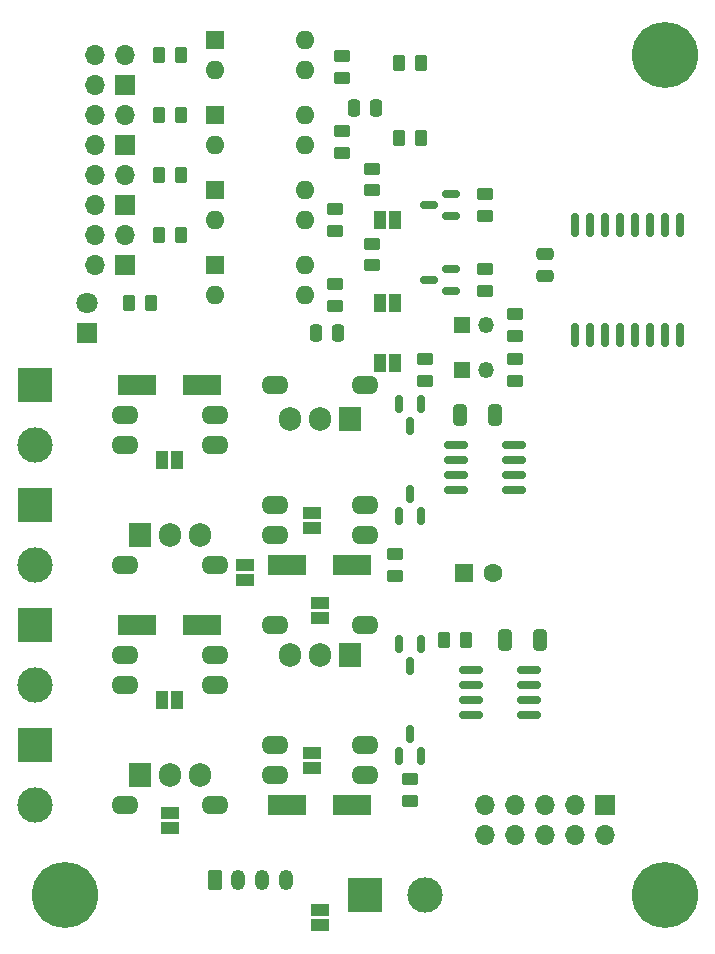
<source format=gbr>
%TF.GenerationSoftware,KiCad,Pcbnew,6.0.6*%
%TF.CreationDate,2022-09-05T11:32:40-04:00*%
%TF.ProjectId,mpio8,6d70696f-382e-46b6-9963-61645f706362,rev?*%
%TF.SameCoordinates,Original*%
%TF.FileFunction,Soldermask,Top*%
%TF.FilePolarity,Negative*%
%FSLAX46Y46*%
G04 Gerber Fmt 4.6, Leading zero omitted, Abs format (unit mm)*
G04 Created by KiCad (PCBNEW 6.0.6) date 2022-09-05 11:32:40*
%MOMM*%
%LPD*%
G01*
G04 APERTURE LIST*
G04 Aperture macros list*
%AMRoundRect*
0 Rectangle with rounded corners*
0 $1 Rounding radius*
0 $2 $3 $4 $5 $6 $7 $8 $9 X,Y pos of 4 corners*
0 Add a 4 corners polygon primitive as box body*
4,1,4,$2,$3,$4,$5,$6,$7,$8,$9,$2,$3,0*
0 Add four circle primitives for the rounded corners*
1,1,$1+$1,$2,$3*
1,1,$1+$1,$4,$5*
1,1,$1+$1,$6,$7*
1,1,$1+$1,$8,$9*
0 Add four rect primitives between the rounded corners*
20,1,$1+$1,$2,$3,$4,$5,0*
20,1,$1+$1,$4,$5,$6,$7,0*
20,1,$1+$1,$6,$7,$8,$9,0*
20,1,$1+$1,$8,$9,$2,$3,0*%
G04 Aperture macros list end*
%ADD10R,3.300000X1.700000*%
%ADD11RoundRect,0.250000X-0.325000X-0.650000X0.325000X-0.650000X0.325000X0.650000X-0.325000X0.650000X0*%
%ADD12RoundRect,0.250000X-0.250000X-0.475000X0.250000X-0.475000X0.250000X0.475000X-0.250000X0.475000X0*%
%ADD13RoundRect,0.250000X0.250000X0.475000X-0.250000X0.475000X-0.250000X-0.475000X0.250000X-0.475000X0*%
%ADD14RoundRect,0.250000X-0.262500X-0.450000X0.262500X-0.450000X0.262500X0.450000X-0.262500X0.450000X0*%
%ADD15R,1.800000X1.800000*%
%ADD16C,1.800000*%
%ADD17R,1.500000X1.000000*%
%ADD18RoundRect,0.250000X-0.450000X0.262500X-0.450000X-0.262500X0.450000X-0.262500X0.450000X0.262500X0*%
%ADD19RoundRect,0.250000X0.450000X-0.262500X0.450000X0.262500X-0.450000X0.262500X-0.450000X-0.262500X0*%
%ADD20R,1.350000X1.350000*%
%ADD21O,1.350000X1.350000*%
%ADD22C,5.600000*%
%ADD23R,1.600000X1.600000*%
%ADD24C,1.600000*%
%ADD25R,1.700000X1.700000*%
%ADD26O,1.700000X1.700000*%
%ADD27RoundRect,0.250000X-0.475000X0.250000X-0.475000X-0.250000X0.475000X-0.250000X0.475000X0.250000X0*%
%ADD28RoundRect,0.150000X0.150000X-0.875000X0.150000X0.875000X-0.150000X0.875000X-0.150000X-0.875000X0*%
%ADD29RoundRect,0.250000X0.262500X0.450000X-0.262500X0.450000X-0.262500X-0.450000X0.262500X-0.450000X0*%
%ADD30R,3.000000X3.000000*%
%ADD31C,3.000000*%
%ADD32O,2.300000X1.600000*%
%ADD33O,1.600000X1.600000*%
%ADD34RoundRect,0.150000X-0.150000X0.587500X-0.150000X-0.587500X0.150000X-0.587500X0.150000X0.587500X0*%
%ADD35RoundRect,0.150000X0.825000X0.150000X-0.825000X0.150000X-0.825000X-0.150000X0.825000X-0.150000X0*%
%ADD36R,1.905000X2.000000*%
%ADD37O,1.905000X2.000000*%
%ADD38RoundRect,0.150000X0.587500X0.150000X-0.587500X0.150000X-0.587500X-0.150000X0.587500X-0.150000X0*%
%ADD39R,1.000000X1.500000*%
%ADD40RoundRect,0.250000X-0.350000X-0.625000X0.350000X-0.625000X0.350000X0.625000X-0.350000X0.625000X0*%
%ADD41O,1.200000X1.750000*%
%ADD42RoundRect,0.150000X0.150000X-0.587500X0.150000X0.587500X-0.150000X0.587500X-0.150000X-0.587500X0*%
G04 APERTURE END LIST*
D10*
%TO.C,D4*%
X108160000Y-104140000D03*
X102660000Y-104140000D03*
%TD*%
%TO.C,D3*%
X89960000Y-88900000D03*
X95460000Y-88900000D03*
%TD*%
%TO.C,D2*%
X108160000Y-124460000D03*
X102660000Y-124460000D03*
%TD*%
%TO.C,D1*%
X89960000Y-109220000D03*
X95460000Y-109220000D03*
%TD*%
D11*
%TO.C,C3*%
X121080000Y-110490000D03*
X124030000Y-110490000D03*
%TD*%
D12*
%TO.C,C6*%
X105095000Y-84455000D03*
X106995000Y-84455000D03*
%TD*%
D13*
%TO.C,C5*%
X108270000Y-65405000D03*
X110170000Y-65405000D03*
%TD*%
D11*
%TO.C,C4*%
X117270000Y-91440000D03*
X120220000Y-91440000D03*
%TD*%
D14*
%TO.C,R21*%
X89257500Y-81915000D03*
X91082500Y-81915000D03*
%TD*%
D15*
%TO.C,D5*%
X85725000Y-84455000D03*
D16*
X85725000Y-81915000D03*
%TD*%
D17*
%TO.C,JP13*%
X105410000Y-133335000D03*
X105410000Y-134635000D03*
%TD*%
D18*
%TO.C,R20*%
X121920000Y-86717500D03*
X121920000Y-88542500D03*
%TD*%
D19*
%TO.C,R19*%
X121920000Y-84732500D03*
X121920000Y-82907500D03*
%TD*%
D20*
%TO.C,JP12*%
X117475000Y-87630000D03*
D21*
X119475000Y-87630000D03*
%TD*%
D20*
%TO.C,JP11*%
X117475000Y-83820000D03*
D21*
X119475000Y-83820000D03*
%TD*%
D22*
%TO.C,H3*%
X83820000Y-132080000D03*
%TD*%
D23*
%TO.C,C1*%
X117592349Y-104775000D03*
D24*
X120092349Y-104775000D03*
%TD*%
D25*
%TO.C,J3*%
X129540000Y-124460000D03*
D26*
X129540000Y-127000000D03*
X127000000Y-124460000D03*
X127000000Y-127000000D03*
X124460000Y-124460000D03*
X124460000Y-127000000D03*
X121920000Y-124460000D03*
X121920000Y-127000000D03*
X119380000Y-124460000D03*
X119380000Y-127000000D03*
%TD*%
D27*
%TO.C,C2*%
X124460000Y-77790000D03*
X124460000Y-79690000D03*
%TD*%
D28*
%TO.C,U1*%
X127000000Y-84660000D03*
X128270000Y-84660000D03*
X129540000Y-84660000D03*
X130810000Y-84660000D03*
X132080000Y-84660000D03*
X133350000Y-84660000D03*
X134620000Y-84660000D03*
X135890000Y-84660000D03*
X135890000Y-75360000D03*
X134620000Y-75360000D03*
X133350000Y-75360000D03*
X132080000Y-75360000D03*
X130810000Y-75360000D03*
X129540000Y-75360000D03*
X128270000Y-75360000D03*
X127000000Y-75360000D03*
%TD*%
D14*
%TO.C,R12*%
X91797500Y-71120000D03*
X93622500Y-71120000D03*
%TD*%
D22*
%TO.C,H1*%
X134620000Y-60960000D03*
%TD*%
D25*
%TO.C,J11*%
X88900000Y-63500000D03*
D26*
X86360000Y-63500000D03*
X88900000Y-60960000D03*
X86360000Y-60960000D03*
%TD*%
D29*
%TO.C,R18*%
X93622500Y-60960000D03*
X91797500Y-60960000D03*
%TD*%
D25*
%TO.C,J9*%
X88900000Y-73660000D03*
D26*
X86360000Y-73660000D03*
X88900000Y-71120000D03*
X86360000Y-71120000D03*
%TD*%
D30*
%TO.C,J5*%
X81280000Y-109220000D03*
D31*
X81280000Y-114300000D03*
%TD*%
D32*
%TO.C,K2*%
X101600000Y-109220000D03*
X101600000Y-119380000D03*
X101600000Y-121920000D03*
X109220000Y-121920000D03*
X109220000Y-119380000D03*
X109220000Y-109220000D03*
%TD*%
D29*
%TO.C,R15*%
X93622500Y-66040000D03*
X91797500Y-66040000D03*
%TD*%
D17*
%TO.C,JP6*%
X99060000Y-105425000D03*
X99060000Y-104125000D03*
%TD*%
D23*
%TO.C,U5*%
X96520000Y-72390000D03*
D33*
X96520000Y-74930000D03*
X104140000Y-74930000D03*
X104140000Y-72390000D03*
%TD*%
D34*
%TO.C,Q8*%
X113980000Y-90502500D03*
X112080000Y-90502500D03*
X113030000Y-92377500D03*
%TD*%
D35*
%TO.C,U3*%
X121855000Y-97790000D03*
X121855000Y-96520000D03*
X121855000Y-95250000D03*
X121855000Y-93980000D03*
X116905000Y-93980000D03*
X116905000Y-95250000D03*
X116905000Y-96520000D03*
X116905000Y-97790000D03*
%TD*%
D36*
%TO.C,Q5*%
X90170000Y-101600000D03*
D37*
X92710000Y-101600000D03*
X95250000Y-101600000D03*
%TD*%
D18*
%TO.C,R5*%
X109855000Y-76915000D03*
X109855000Y-78740000D03*
%TD*%
D38*
%TO.C,Q9*%
X116507500Y-80960000D03*
X116507500Y-79060000D03*
X114632500Y-80010000D03*
%TD*%
D19*
%TO.C,R1*%
X113030000Y-124102500D03*
X113030000Y-122277500D03*
%TD*%
D23*
%TO.C,U7*%
X96520000Y-59690000D03*
D33*
X96520000Y-62230000D03*
X104140000Y-62230000D03*
X104140000Y-59690000D03*
%TD*%
D22*
%TO.C,H2*%
X134620000Y-132080000D03*
%TD*%
D34*
%TO.C,Q4*%
X113980000Y-110822500D03*
X112080000Y-110822500D03*
X113030000Y-112697500D03*
%TD*%
D18*
%TO.C,R11*%
X119380000Y-72747500D03*
X119380000Y-74572500D03*
%TD*%
D36*
%TO.C,Q1*%
X90170000Y-121920000D03*
D37*
X92710000Y-121920000D03*
X95250000Y-121920000D03*
%TD*%
D39*
%TO.C,JP9*%
X111790000Y-81915000D03*
X110490000Y-81915000D03*
%TD*%
D29*
%TO.C,R16*%
X113942500Y-61595000D03*
X112117500Y-61595000D03*
%TD*%
D32*
%TO.C,K3*%
X96520000Y-104140000D03*
X96520000Y-93980000D03*
X96520000Y-91440000D03*
X88900000Y-91440000D03*
X88900000Y-93980000D03*
X88900000Y-104140000D03*
%TD*%
%TO.C,K4*%
X101600000Y-88900000D03*
X101600000Y-99060000D03*
X101600000Y-101600000D03*
X109220000Y-101600000D03*
X109220000Y-99060000D03*
X109220000Y-88900000D03*
%TD*%
D40*
%TO.C,J2*%
X96520000Y-130810000D03*
D41*
X98520000Y-130810000D03*
X100520000Y-130810000D03*
X102520000Y-130810000D03*
%TD*%
D18*
%TO.C,R9*%
X109855000Y-70565000D03*
X109855000Y-72390000D03*
%TD*%
D25*
%TO.C,J10*%
X88900000Y-68580000D03*
D26*
X86360000Y-68580000D03*
X88900000Y-66040000D03*
X86360000Y-66040000D03*
%TD*%
D18*
%TO.C,R7*%
X119380000Y-79097500D03*
X119380000Y-80922500D03*
%TD*%
D25*
%TO.C,J8*%
X88900000Y-78740000D03*
D26*
X86360000Y-78740000D03*
X88900000Y-76200000D03*
X86360000Y-76200000D03*
%TD*%
D36*
%TO.C,Q3*%
X107950000Y-111760000D03*
D37*
X105410000Y-111760000D03*
X102870000Y-111760000D03*
%TD*%
D19*
%TO.C,R3*%
X111760000Y-105052500D03*
X111760000Y-103227500D03*
%TD*%
D23*
%TO.C,U6*%
X96520000Y-66040000D03*
D33*
X96520000Y-68580000D03*
X104140000Y-68580000D03*
X104140000Y-66040000D03*
%TD*%
D18*
%TO.C,R4*%
X114300000Y-86717500D03*
X114300000Y-88542500D03*
%TD*%
%TO.C,R14*%
X107315000Y-67390000D03*
X107315000Y-69215000D03*
%TD*%
D29*
%TO.C,R2*%
X117752500Y-110490000D03*
X115927500Y-110490000D03*
%TD*%
D32*
%TO.C,K1*%
X96520000Y-124460000D03*
X96520000Y-114300000D03*
X96520000Y-111760000D03*
X88900000Y-111760000D03*
X88900000Y-114300000D03*
X88900000Y-124460000D03*
%TD*%
D30*
%TO.C,J6*%
X81280000Y-99060000D03*
D31*
X81280000Y-104140000D03*
%TD*%
D18*
%TO.C,R17*%
X107315000Y-61040000D03*
X107315000Y-62865000D03*
%TD*%
%TO.C,R10*%
X106680000Y-74017500D03*
X106680000Y-75842500D03*
%TD*%
D17*
%TO.C,JP3*%
X104775000Y-120000000D03*
X104775000Y-121300000D03*
%TD*%
D35*
%TO.C,U2*%
X123125000Y-116840000D03*
X123125000Y-115570000D03*
X123125000Y-114300000D03*
X123125000Y-113030000D03*
X118175000Y-113030000D03*
X118175000Y-114300000D03*
X118175000Y-115570000D03*
X118175000Y-116840000D03*
%TD*%
D39*
%TO.C,JP10*%
X111775000Y-74930000D03*
X110475000Y-74930000D03*
%TD*%
D14*
%TO.C,R8*%
X91797500Y-76200000D03*
X93622500Y-76200000D03*
%TD*%
D23*
%TO.C,U4*%
X96520000Y-78740000D03*
D33*
X96520000Y-81280000D03*
X104140000Y-81280000D03*
X104140000Y-78740000D03*
%TD*%
D38*
%TO.C,Q10*%
X116507500Y-74610000D03*
X116507500Y-72710000D03*
X114632500Y-73660000D03*
%TD*%
D30*
%TO.C,J4*%
X81280000Y-119380000D03*
D31*
X81280000Y-124460000D03*
%TD*%
D18*
%TO.C,R6*%
X106680000Y-80367500D03*
X106680000Y-82192500D03*
%TD*%
D42*
%TO.C,Q2*%
X112080000Y-120317500D03*
X113980000Y-120317500D03*
X113030000Y-118442500D03*
%TD*%
D30*
%TO.C,J7*%
X81280000Y-88900000D03*
D31*
X81280000Y-93980000D03*
%TD*%
D39*
%TO.C,JP1*%
X93360000Y-115570000D03*
X92060000Y-115570000D03*
%TD*%
D17*
%TO.C,JP4*%
X105410000Y-107300000D03*
X105410000Y-108600000D03*
%TD*%
%TO.C,JP2*%
X92710000Y-126380000D03*
X92710000Y-125080000D03*
%TD*%
D30*
%TO.C,J1*%
X109220000Y-132080000D03*
D31*
X114300000Y-132080000D03*
%TD*%
D42*
%TO.C,Q6*%
X112080000Y-99997500D03*
X113980000Y-99997500D03*
X113030000Y-98122500D03*
%TD*%
D17*
%TO.C,JP7*%
X104760000Y-99680000D03*
X104760000Y-100980000D03*
%TD*%
D29*
%TO.C,R13*%
X113942500Y-67945000D03*
X112117500Y-67945000D03*
%TD*%
D39*
%TO.C,JP5*%
X93360000Y-95250000D03*
X92060000Y-95250000D03*
%TD*%
D36*
%TO.C,Q7*%
X107950000Y-91765000D03*
D37*
X105410000Y-91765000D03*
X102870000Y-91765000D03*
%TD*%
D39*
%TO.C,JP8*%
X111775000Y-86995000D03*
X110475000Y-86995000D03*
%TD*%
M02*

</source>
